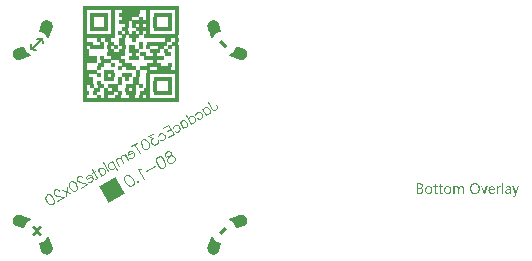
<source format=gbo>
G04*
G04 #@! TF.GenerationSoftware,Altium Limited,Altium Designer,22.4.2 (48)*
G04*
G04 Layer_Color=32896*
%FSAX44Y44*%
%MOMM*%
G71*
G04*
G04 #@! TF.SameCoordinates,3CED078E-C40B-4900-A66E-FCBC5E85EC31*
G04*
G04*
G04 #@! TF.FilePolarity,Positive*
G04*
G01*
G75*
%ADD10C,0.1000*%
%ADD11C,0.3300*%
%ADD12C,1.0000*%
%ADD13C,0.2000*%
%ADD28R,0.3000X0.3000*%
%ADD29R,0.3000X0.3000*%
%ADD30R,0.6000X0.3000*%
%ADD31R,0.9000X0.3000*%
%ADD32R,0.3000X0.3000*%
%ADD33R,1.5000X0.3000*%
%ADD34R,0.3000X0.3000*%
%ADD35R,1.2000X0.3000*%
%ADD36R,1.5000X0.3000*%
%ADD37R,0.9000X0.3000*%
%ADD38R,1.8000X0.3000*%
%ADD39R,8.1000X0.3000*%
%ADD40R,0.6000X0.3000*%
%ADD41R,1.5000X0.3000*%
%ADD42R,0.6000X0.3000*%
%ADD43R,0.9000X0.3000*%
%ADD44R,0.6000X0.3000*%
%ADD45R,1.2000X0.3000*%
%ADD46R,2.7000X0.3000*%
%ADD47R,0.9000X0.3000*%
%ADD48R,1.2000X0.3000*%
%ADD49R,1.8000X0.3000*%
%ADD50R,3.0000X0.3000*%
G04:AMPARAMS|DCode=51|XSize=1.575mm|YSize=1.5922mm|CornerRadius=0mm|HoleSize=0mm|Usage=FLASHONLY|Rotation=30.000|XOffset=0mm|YOffset=0mm|HoleType=Round|Shape=Rectangle|*
%AMROTATEDRECTD51*
4,1,4,-0.2839,-1.0832,-1.0800,0.2957,0.2839,1.0832,1.0800,-0.2957,-0.2839,-1.0832,0.0*
%
%ADD51ROTATEDRECTD51*%

G36*
X00082483Y00077517D02*
X00080480Y00075515D01*
X00075515Y00080480D01*
X00077517Y00082483D01*
X00082483Y00077517D01*
X00082483Y00077517D02*
G37*
G36*
X00082483Y-00077517D02*
X00077517Y-00082483D01*
X00075515Y-00080480D01*
X00080480Y-00075515D01*
X00082483Y-00077517D01*
X00082483Y-00077517D02*
G37*
G36*
X-00078873Y-00077114D02*
X-00076180Y-00074421D01*
X-00074384Y-00076216D01*
X-00077077Y-00078909D01*
X-00074394Y-00081593D01*
X-00076189Y-00083389D01*
X-00078873Y-00080705D01*
X-00081584Y-00083416D01*
X-00083379Y-00081621D01*
X-00080668Y-00078909D01*
X-00083389Y-00076189D01*
X-00081593Y-00074394D01*
X-00078873Y-00077114D01*
X-00078873Y-00077114D02*
G37*
G36*
X00280783Y-00041238D02*
X00280830Y-00041238D01*
X00280885Y-00041246D01*
X00281019Y-00041269D01*
X00281176Y-00041308D01*
X00281356Y-00041363D01*
X00281544Y-00041450D01*
X00281741Y-00041552D01*
X00281843Y-00041622D01*
X00281937Y-00041693D01*
X00282031Y-00041771D01*
X00282125Y-00041866D01*
X00282219Y-00041968D01*
X00282306Y-00042077D01*
X00282384Y-00042195D01*
X00282463Y-00042329D01*
X00282533Y-00042470D01*
X00282596Y-00042627D01*
X00282651Y-00042792D01*
X00282706Y-00042972D01*
X00282737Y-00043161D01*
X00282769Y-00043373D01*
X00282785Y-00043592D01*
X00282792Y-00043828D01*
X00282792Y-00047752D01*
X00281772Y-00047752D01*
X00281772Y-00044095D01*
X00281772Y-00044079D01*
X00281772Y-00044047D01*
X00281772Y-00043993D01*
X00281764Y-00043922D01*
X00281764Y-00043836D01*
X00281756Y-00043734D01*
X00281749Y-00043624D01*
X00281733Y-00043506D01*
X00281694Y-00043255D01*
X00281631Y-00043004D01*
X00281599Y-00042878D01*
X00281552Y-00042768D01*
X00281497Y-00042658D01*
X00281442Y-00042564D01*
X00281442Y-00042556D01*
X00281427Y-00042541D01*
X00281411Y-00042517D01*
X00281380Y-00042494D01*
X00281348Y-00042454D01*
X00281301Y-00042415D01*
X00281246Y-00042376D01*
X00281183Y-00042329D01*
X00281113Y-00042282D01*
X00281034Y-00042242D01*
X00280940Y-00042203D01*
X00280846Y-00042164D01*
X00280736Y-00042140D01*
X00280611Y-00042117D01*
X00280485Y-00042101D01*
X00280344Y-00042093D01*
X00280281Y-00042093D01*
X00280234Y-00042101D01*
X00280179Y-00042109D01*
X00280116Y-00042125D01*
X00279959Y-00042164D01*
X00279873Y-00042195D01*
X00279786Y-00042242D01*
X00279692Y-00042290D01*
X00279606Y-00042344D01*
X00279512Y-00042415D01*
X00279417Y-00042494D01*
X00279323Y-00042588D01*
X00279237Y-00042690D01*
X00279229Y-00042698D01*
X00279221Y-00042713D01*
X00279198Y-00042752D01*
X00279166Y-00042792D01*
X00279135Y-00042854D01*
X00279096Y-00042925D01*
X00279049Y-00043004D01*
X00279009Y-00043090D01*
X00278970Y-00043192D01*
X00278923Y-00043302D01*
X00278884Y-00043420D01*
X00278852Y-00043545D01*
X00278821Y-00043679D01*
X00278805Y-00043820D01*
X00278790Y-00043961D01*
X00278782Y-00044118D01*
X00278782Y-00047752D01*
X00277761Y-00047752D01*
X00277761Y-00043969D01*
X00277761Y-00043961D01*
X00277761Y-00043945D01*
X00277761Y-00043922D01*
X00277761Y-00043891D01*
X00277754Y-00043843D01*
X00277754Y-00043796D01*
X00277738Y-00043679D01*
X00277714Y-00043537D01*
X00277683Y-00043373D01*
X00277644Y-00043208D01*
X00277581Y-00043027D01*
X00277502Y-00042854D01*
X00277408Y-00042690D01*
X00277290Y-00042525D01*
X00277149Y-00042384D01*
X00276984Y-00042266D01*
X00276890Y-00042219D01*
X00276788Y-00042172D01*
X00276678Y-00042140D01*
X00276568Y-00042117D01*
X00276443Y-00042101D01*
X00276309Y-00042093D01*
X00276247Y-00042093D01*
X00276199Y-00042101D01*
X00276137Y-00042109D01*
X00276074Y-00042125D01*
X00275917Y-00042164D01*
X00275831Y-00042195D01*
X00275744Y-00042235D01*
X00275650Y-00042274D01*
X00275556Y-00042329D01*
X00275462Y-00042399D01*
X00275368Y-00042470D01*
X00275281Y-00042556D01*
X00275195Y-00042658D01*
X00275187Y-00042666D01*
X00275179Y-00042682D01*
X00275156Y-00042713D01*
X00275124Y-00042760D01*
X00275093Y-00042815D01*
X00275061Y-00042878D01*
X00275022Y-00042957D01*
X00274983Y-00043051D01*
X00274936Y-00043153D01*
X00274897Y-00043263D01*
X00274865Y-00043380D01*
X00274834Y-00043506D01*
X00274802Y-00043647D01*
X00274779Y-00043796D01*
X00274771Y-00043953D01*
X00274763Y-00044118D01*
X00274763Y-00047752D01*
X00273743Y-00047752D01*
X00273743Y-00041379D01*
X00274763Y-00041379D01*
X00274763Y-00042392D01*
X00274787Y-00042392D01*
X00274795Y-00042376D01*
X00274818Y-00042344D01*
X00274857Y-00042282D01*
X00274912Y-00042211D01*
X00274983Y-00042125D01*
X00275069Y-00042023D01*
X00275171Y-00041921D01*
X00275289Y-00041811D01*
X00275422Y-00041701D01*
X00275572Y-00041599D01*
X00275737Y-00041497D01*
X00275909Y-00041410D01*
X00276105Y-00041340D01*
X00276317Y-00041277D01*
X00276537Y-00041246D01*
X00276772Y-00041230D01*
X00276835Y-00041230D01*
X00276882Y-00041238D01*
X00276937Y-00041238D01*
X00277008Y-00041246D01*
X00277079Y-00041261D01*
X00277157Y-00041277D01*
X00277338Y-00041316D01*
X00277526Y-00041387D01*
X00277714Y-00041473D01*
X00277808Y-00041536D01*
X00277903Y-00041599D01*
X00277910Y-00041607D01*
X00277926Y-00041614D01*
X00277950Y-00041638D01*
X00277981Y-00041662D01*
X00278067Y-00041748D01*
X00278169Y-00041850D01*
X00278279Y-00041991D01*
X00278389Y-00042156D01*
X00278491Y-00042344D01*
X00278570Y-00042556D01*
X00278578Y-00042541D01*
X00278601Y-00042501D01*
X00278648Y-00042431D01*
X00278703Y-00042352D01*
X00278782Y-00042250D01*
X00278868Y-00042133D01*
X00278978Y-00042015D01*
X00279104Y-00041889D01*
X00279245Y-00041771D01*
X00279402Y-00041646D01*
X00279574Y-00041536D01*
X00279763Y-00041434D01*
X00279975Y-00041356D01*
X00280194Y-00041285D01*
X00280438Y-00041246D01*
X00280689Y-00041230D01*
X00280744Y-00041230D01*
X00280783Y-00041238D01*
X00280783Y-00041238D02*
G37*
G36*
X00313449Y-00041277D02*
X00313535Y-00041277D01*
X00313629Y-00041293D01*
X00313732Y-00041308D01*
X00313834Y-00041324D01*
X00313920Y-00041356D01*
X00313920Y-00042415D01*
X00313904Y-00042407D01*
X00313873Y-00042384D01*
X00313810Y-00042352D01*
X00313724Y-00042313D01*
X00313606Y-00042274D01*
X00313480Y-00042242D01*
X00313323Y-00042219D01*
X00313143Y-00042211D01*
X00313080Y-00042211D01*
X00313033Y-00042219D01*
X00312978Y-00042227D01*
X00312915Y-00042242D01*
X00312766Y-00042290D01*
X00312680Y-00042321D01*
X00312593Y-00042360D01*
X00312499Y-00042415D01*
X00312405Y-00042470D01*
X00312319Y-00042541D01*
X00312225Y-00042627D01*
X00312138Y-00042721D01*
X00312052Y-00042831D01*
X00312044Y-00042839D01*
X00312036Y-00042862D01*
X00312013Y-00042894D01*
X00311981Y-00042941D01*
X00311950Y-00043004D01*
X00311911Y-00043082D01*
X00311871Y-00043169D01*
X00311832Y-00043271D01*
X00311793Y-00043380D01*
X00311754Y-00043506D01*
X00311714Y-00043647D01*
X00311683Y-00043796D01*
X00311652Y-00043961D01*
X00311628Y-00044134D01*
X00311620Y-00044314D01*
X00311612Y-00044511D01*
X00311612Y-00047752D01*
X00310592Y-00047752D01*
X00310592Y-00041379D01*
X00311612Y-00041379D01*
X00311612Y-00042698D01*
X00311636Y-00042698D01*
X00311636Y-00042690D01*
X00311644Y-00042666D01*
X00311660Y-00042635D01*
X00311675Y-00042588D01*
X00311699Y-00042533D01*
X00311730Y-00042462D01*
X00311801Y-00042313D01*
X00311895Y-00042140D01*
X00312013Y-00041968D01*
X00312146Y-00041803D01*
X00312303Y-00041646D01*
X00312311Y-00041638D01*
X00312327Y-00041630D01*
X00312350Y-00041614D01*
X00312382Y-00041583D01*
X00312421Y-00041560D01*
X00312476Y-00041528D01*
X00312593Y-00041458D01*
X00312743Y-00041387D01*
X00312915Y-00041324D01*
X00313104Y-00041285D01*
X00313206Y-00041277D01*
X00313308Y-00041269D01*
X00313370Y-00041269D01*
X00313449Y-00041277D01*
X00313449Y-00041277D02*
G37*
G36*
X00326737Y-00048772D02*
X00326737Y-00048780D01*
X00326729Y-00048796D01*
X00326713Y-00048819D01*
X00326697Y-00048859D01*
X00326682Y-00048906D01*
X00326658Y-00048953D01*
X00326595Y-00049078D01*
X00326509Y-00049228D01*
X00326415Y-00049400D01*
X00326297Y-00049573D01*
X00326164Y-00049761D01*
X00326015Y-00049942D01*
X00325850Y-00050122D01*
X00325669Y-00050295D01*
X00325473Y-00050444D01*
X00325261Y-00050570D01*
X00325151Y-00050617D01*
X00325033Y-00050664D01*
X00324916Y-00050703D01*
X00324790Y-00050727D01*
X00324665Y-00050742D01*
X00324531Y-00050750D01*
X00324468Y-00050750D01*
X00324390Y-00050742D01*
X00324296Y-00050742D01*
X00324194Y-00050727D01*
X00324084Y-00050711D01*
X00323966Y-00050695D01*
X00323864Y-00050664D01*
X00323864Y-00049753D01*
X00323880Y-00049761D01*
X00323919Y-00049769D01*
X00323982Y-00049785D01*
X00324060Y-00049808D01*
X00324155Y-00049832D01*
X00324257Y-00049848D01*
X00324366Y-00049855D01*
X00324468Y-00049863D01*
X00324500Y-00049863D01*
X00324539Y-00049855D01*
X00324594Y-00049848D01*
X00324657Y-00049832D01*
X00324735Y-00049816D01*
X00324814Y-00049785D01*
X00324908Y-00049746D01*
X00324994Y-00049699D01*
X00325096Y-00049636D01*
X00325191Y-00049565D01*
X00325285Y-00049479D01*
X00325379Y-00049369D01*
X00325473Y-00049251D01*
X00325551Y-00049110D01*
X00325630Y-00048945D01*
X00326140Y-00047744D01*
X00323652Y-00041379D01*
X00324782Y-00041379D01*
X00326509Y-00046284D01*
X00326509Y-00046292D01*
X00326517Y-00046308D01*
X00326525Y-00046332D01*
X00326540Y-00046379D01*
X00326556Y-00046441D01*
X00326572Y-00046528D01*
X00326603Y-00046638D01*
X00326635Y-00046771D01*
X00326674Y-00046771D01*
X00326674Y-00046763D01*
X00326682Y-00046740D01*
X00326690Y-00046708D01*
X00326705Y-00046653D01*
X00326721Y-00046590D01*
X00326737Y-00046512D01*
X00326768Y-00046410D01*
X00326800Y-00046300D01*
X00328613Y-00041379D01*
X00329664Y-00041379D01*
X00326737Y-00048772D01*
X00326737Y-00048772D02*
G37*
G36*
X00300295Y-00047752D02*
X00299290Y-00047752D01*
X00296881Y-00041379D01*
X00297995Y-00041379D01*
X00299620Y-00046010D01*
X00299620Y-00046017D01*
X00299628Y-00046033D01*
X00299636Y-00046057D01*
X00299651Y-00046096D01*
X00299667Y-00046143D01*
X00299683Y-00046190D01*
X00299714Y-00046316D01*
X00299753Y-00046449D01*
X00299792Y-00046598D01*
X00299816Y-00046755D01*
X00299839Y-00046904D01*
X00299863Y-00046904D01*
X00299863Y-00046897D01*
X00299863Y-00046881D01*
X00299871Y-00046857D01*
X00299879Y-00046826D01*
X00299879Y-00046779D01*
X00299895Y-00046732D01*
X00299910Y-00046614D01*
X00299942Y-00046481D01*
X00299973Y-00046339D01*
X00300020Y-00046190D01*
X00300067Y-00046041D01*
X00301755Y-00041379D01*
X00302830Y-00041379D01*
X00300295Y-00047752D01*
X00300295Y-00047752D02*
G37*
G36*
X00320521Y-00041238D02*
X00320575Y-00041238D01*
X00320630Y-00041246D01*
X00320701Y-00041253D01*
X00320780Y-00041269D01*
X00320944Y-00041301D01*
X00321141Y-00041356D01*
X00321337Y-00041426D01*
X00321549Y-00041528D01*
X00321761Y-00041654D01*
X00321863Y-00041724D01*
X00321965Y-00041811D01*
X00322059Y-00041905D01*
X00322153Y-00041999D01*
X00322239Y-00042109D01*
X00322318Y-00042235D01*
X00322396Y-00042360D01*
X00322467Y-00042501D01*
X00322522Y-00042658D01*
X00322577Y-00042823D01*
X00322616Y-00042996D01*
X00322648Y-00043192D01*
X00322663Y-00043388D01*
X00322671Y-00043608D01*
X00322671Y-00047752D01*
X00321651Y-00047752D01*
X00321651Y-00046763D01*
X00321627Y-00046763D01*
X00321619Y-00046779D01*
X00321596Y-00046810D01*
X00321557Y-00046865D01*
X00321502Y-00046944D01*
X00321431Y-00047030D01*
X00321345Y-00047124D01*
X00321250Y-00047226D01*
X00321133Y-00047328D01*
X00320999Y-00047438D01*
X00320858Y-00047540D01*
X00320693Y-00047634D01*
X00320521Y-00047721D01*
X00320324Y-00047799D01*
X00320120Y-00047854D01*
X00319901Y-00047885D01*
X00319665Y-00047901D01*
X00319571Y-00047901D01*
X00319508Y-00047893D01*
X00319430Y-00047885D01*
X00319335Y-00047878D01*
X00319233Y-00047862D01*
X00319123Y-00047838D01*
X00318880Y-00047776D01*
X00318762Y-00047736D01*
X00318637Y-00047689D01*
X00318511Y-00047634D01*
X00318394Y-00047564D01*
X00318284Y-00047485D01*
X00318174Y-00047399D01*
X00318166Y-00047391D01*
X00318150Y-00047375D01*
X00318127Y-00047344D01*
X00318088Y-00047305D01*
X00318048Y-00047258D01*
X00318009Y-00047195D01*
X00317954Y-00047124D01*
X00317907Y-00047046D01*
X00317860Y-00046951D01*
X00317813Y-00046849D01*
X00317766Y-00046740D01*
X00317726Y-00046622D01*
X00317687Y-00046496D01*
X00317664Y-00046363D01*
X00317648Y-00046214D01*
X00317640Y-00046065D01*
X00317640Y-00046057D01*
X00317640Y-00046041D01*
X00317640Y-00046017D01*
X00317648Y-00045986D01*
X00317648Y-00045947D01*
X00317656Y-00045900D01*
X00317672Y-00045782D01*
X00317703Y-00045641D01*
X00317750Y-00045484D01*
X00317813Y-00045311D01*
X00317907Y-00045131D01*
X00318017Y-00044950D01*
X00318150Y-00044770D01*
X00318237Y-00044683D01*
X00318323Y-00044597D01*
X00318425Y-00044511D01*
X00318527Y-00044432D01*
X00318645Y-00044354D01*
X00318770Y-00044283D01*
X00318904Y-00044220D01*
X00319053Y-00044157D01*
X00319210Y-00044103D01*
X00319375Y-00044055D01*
X00319555Y-00044016D01*
X00319744Y-00043985D01*
X00321651Y-00043718D01*
X00321651Y-00043710D01*
X00321651Y-00043702D01*
X00321651Y-00043679D01*
X00321651Y-00043647D01*
X00321643Y-00043569D01*
X00321627Y-00043467D01*
X00321612Y-00043341D01*
X00321580Y-00043200D01*
X00321541Y-00043059D01*
X00321486Y-00042902D01*
X00321415Y-00042752D01*
X00321329Y-00042603D01*
X00321227Y-00042470D01*
X00321101Y-00042344D01*
X00320944Y-00042242D01*
X00320772Y-00042164D01*
X00320678Y-00042133D01*
X00320568Y-00042109D01*
X00320458Y-00042101D01*
X00320340Y-00042093D01*
X00320285Y-00042093D01*
X00320230Y-00042101D01*
X00320144Y-00042109D01*
X00320042Y-00042117D01*
X00319924Y-00042133D01*
X00319791Y-00042156D01*
X00319649Y-00042187D01*
X00319492Y-00042235D01*
X00319328Y-00042282D01*
X00319155Y-00042344D01*
X00318974Y-00042423D01*
X00318794Y-00042517D01*
X00318613Y-00042619D01*
X00318433Y-00042737D01*
X00318260Y-00042878D01*
X00318260Y-00041834D01*
X00318268Y-00041826D01*
X00318299Y-00041811D01*
X00318354Y-00041779D01*
X00318425Y-00041740D01*
X00318519Y-00041693D01*
X00318621Y-00041646D01*
X00318747Y-00041591D01*
X00318888Y-00041528D01*
X00319037Y-00041473D01*
X00319202Y-00041418D01*
X00319382Y-00041371D01*
X00319571Y-00041324D01*
X00319775Y-00041285D01*
X00319979Y-00041253D01*
X00320199Y-00041238D01*
X00320426Y-00041230D01*
X00320481Y-00041230D01*
X00320521Y-00041238D01*
X00320521Y-00041238D02*
G37*
G36*
X00316047Y-00047752D02*
X00315027Y-00047752D01*
X00315027Y-00038318D01*
X00316047Y-00038318D01*
X00316047Y-00047752D01*
X00316047Y-00047752D02*
G37*
G36*
X00245731Y-00038836D02*
X00245826Y-00038844D01*
X00245935Y-00038860D01*
X00246061Y-00038875D01*
X00246202Y-00038899D01*
X00246343Y-00038930D01*
X00246493Y-00038970D01*
X00246650Y-00039017D01*
X00246799Y-00039072D01*
X00246956Y-00039134D01*
X00247097Y-00039213D01*
X00247238Y-00039299D01*
X00247372Y-00039401D01*
X00247379Y-00039409D01*
X00247403Y-00039425D01*
X00247434Y-00039456D01*
X00247474Y-00039503D01*
X00247529Y-00039558D01*
X00247584Y-00039629D01*
X00247646Y-00039707D01*
X00247709Y-00039794D01*
X00247772Y-00039896D01*
X00247835Y-00040005D01*
X00247890Y-00040131D01*
X00247945Y-00040257D01*
X00247984Y-00040398D01*
X00248015Y-00040547D01*
X00248039Y-00040704D01*
X00248047Y-00040869D01*
X00248047Y-00040877D01*
X00248047Y-00040900D01*
X00248047Y-00040939D01*
X00248039Y-00040994D01*
X00248031Y-00041065D01*
X00248023Y-00041136D01*
X00248015Y-00041222D01*
X00247999Y-00041316D01*
X00247945Y-00041528D01*
X00247874Y-00041748D01*
X00247827Y-00041866D01*
X00247772Y-00041975D01*
X00247709Y-00042085D01*
X00247638Y-00042195D01*
X00247631Y-00042203D01*
X00247623Y-00042219D01*
X00247599Y-00042250D01*
X00247560Y-00042290D01*
X00247521Y-00042329D01*
X00247474Y-00042384D01*
X00247411Y-00042439D01*
X00247348Y-00042501D01*
X00247270Y-00042564D01*
X00247183Y-00042635D01*
X00247089Y-00042698D01*
X00246987Y-00042768D01*
X00246877Y-00042831D01*
X00246767Y-00042886D01*
X00246508Y-00042988D01*
X00246508Y-00043011D01*
X00246516Y-00043011D01*
X00246548Y-00043019D01*
X00246595Y-00043027D01*
X00246657Y-00043035D01*
X00246736Y-00043051D01*
X00246822Y-00043074D01*
X00246924Y-00043106D01*
X00247026Y-00043137D01*
X00247254Y-00043223D01*
X00247379Y-00043278D01*
X00247497Y-00043349D01*
X00247615Y-00043420D01*
X00247733Y-00043498D01*
X00247850Y-00043592D01*
X00247952Y-00043694D01*
X00247960Y-00043702D01*
X00247976Y-00043718D01*
X00247999Y-00043749D01*
X00248039Y-00043796D01*
X00248078Y-00043859D01*
X00248125Y-00043922D01*
X00248172Y-00044008D01*
X00248227Y-00044095D01*
X00248274Y-00044197D01*
X00248321Y-00044314D01*
X00248368Y-00044432D01*
X00248408Y-00044566D01*
X00248447Y-00044715D01*
X00248470Y-00044864D01*
X00248486Y-00045021D01*
X00248494Y-00045193D01*
X00248494Y-00045209D01*
X00248494Y-00045241D01*
X00248486Y-00045303D01*
X00248478Y-00045382D01*
X00248470Y-00045484D01*
X00248447Y-00045594D01*
X00248423Y-00045719D01*
X00248392Y-00045853D01*
X00248345Y-00046002D01*
X00248290Y-00046151D01*
X00248227Y-00046300D01*
X00248149Y-00046457D01*
X00248055Y-00046614D01*
X00247945Y-00046763D01*
X00247819Y-00046904D01*
X00247670Y-00047046D01*
X00247662Y-00047054D01*
X00247631Y-00047077D01*
X00247584Y-00047108D01*
X00247521Y-00047156D01*
X00247442Y-00047210D01*
X00247340Y-00047266D01*
X00247230Y-00047336D01*
X00247105Y-00047399D01*
X00246956Y-00047462D01*
X00246799Y-00047524D01*
X00246634Y-00047587D01*
X00246446Y-00047642D01*
X00246249Y-00047689D01*
X00246045Y-00047721D01*
X00245826Y-00047744D01*
X00245598Y-00047752D01*
X00243000Y-00047752D01*
X00243000Y-00038828D01*
X00245645Y-00038828D01*
X00245731Y-00038836D01*
X00245731Y-00038836D02*
G37*
G36*
X00263304Y-00041379D02*
X00264913Y-00041379D01*
X00264913Y-00042258D01*
X00263304Y-00042258D01*
X00263304Y-00045845D01*
X00263304Y-00045853D01*
X00263304Y-00045876D01*
X00263304Y-00045908D01*
X00263304Y-00045947D01*
X00263312Y-00046002D01*
X00263320Y-00046065D01*
X00263336Y-00046198D01*
X00263359Y-00046355D01*
X00263398Y-00046504D01*
X00263453Y-00046645D01*
X00263485Y-00046708D01*
X00263524Y-00046763D01*
X00263532Y-00046771D01*
X00263563Y-00046802D01*
X00263618Y-00046849D01*
X00263697Y-00046897D01*
X00263799Y-00046951D01*
X00263924Y-00046991D01*
X00264074Y-00047022D01*
X00264246Y-00047038D01*
X00264309Y-00047038D01*
X00264380Y-00047030D01*
X00264474Y-00047014D01*
X00264576Y-00046983D01*
X00264694Y-00046951D01*
X00264803Y-00046897D01*
X00264913Y-00046826D01*
X00264913Y-00047697D01*
X00264905Y-00047697D01*
X00264898Y-00047705D01*
X00264874Y-00047713D01*
X00264851Y-00047729D01*
X00264764Y-00047760D01*
X00264662Y-00047791D01*
X00264521Y-00047823D01*
X00264356Y-00047854D01*
X00264168Y-00047878D01*
X00263956Y-00047885D01*
X00263885Y-00047885D01*
X00263799Y-00047870D01*
X00263697Y-00047854D01*
X00263571Y-00047831D01*
X00263430Y-00047783D01*
X00263273Y-00047729D01*
X00263124Y-00047650D01*
X00262967Y-00047556D01*
X00262810Y-00047430D01*
X00262669Y-00047281D01*
X00262606Y-00047195D01*
X00262543Y-00047101D01*
X00262488Y-00046999D01*
X00262441Y-00046889D01*
X00262394Y-00046771D01*
X00262355Y-00046638D01*
X00262323Y-00046504D01*
X00262300Y-00046355D01*
X00262292Y-00046198D01*
X00262284Y-00046025D01*
X00262284Y-00042258D01*
X00261193Y-00042258D01*
X00261193Y-00041379D01*
X00262284Y-00041379D01*
X00262284Y-00039825D01*
X00263304Y-00039495D01*
X00263304Y-00041379D01*
X00263304Y-00041379D02*
G37*
G36*
X00258988Y-00041379D02*
X00260597Y-00041379D01*
X00260597Y-00042258D01*
X00258988Y-00042258D01*
X00258988Y-00045845D01*
X00258988Y-00045853D01*
X00258988Y-00045876D01*
X00258988Y-00045908D01*
X00258988Y-00045947D01*
X00258995Y-00046002D01*
X00259003Y-00046065D01*
X00259019Y-00046198D01*
X00259042Y-00046355D01*
X00259082Y-00046504D01*
X00259137Y-00046645D01*
X00259168Y-00046708D01*
X00259207Y-00046763D01*
X00259215Y-00046771D01*
X00259247Y-00046802D01*
X00259301Y-00046849D01*
X00259380Y-00046897D01*
X00259482Y-00046951D01*
X00259608Y-00046991D01*
X00259757Y-00047022D01*
X00259929Y-00047038D01*
X00259992Y-00047038D01*
X00260063Y-00047030D01*
X00260157Y-00047014D01*
X00260259Y-00046983D01*
X00260377Y-00046951D01*
X00260487Y-00046897D01*
X00260597Y-00046826D01*
X00260597Y-00047697D01*
X00260589Y-00047697D01*
X00260581Y-00047705D01*
X00260557Y-00047713D01*
X00260534Y-00047729D01*
X00260447Y-00047760D01*
X00260345Y-00047791D01*
X00260204Y-00047823D01*
X00260039Y-00047854D01*
X00259851Y-00047878D01*
X00259639Y-00047885D01*
X00259568Y-00047885D01*
X00259482Y-00047870D01*
X00259380Y-00047854D01*
X00259254Y-00047831D01*
X00259113Y-00047783D01*
X00258956Y-00047729D01*
X00258807Y-00047650D01*
X00258650Y-00047556D01*
X00258493Y-00047430D01*
X00258352Y-00047281D01*
X00258289Y-00047195D01*
X00258226Y-00047101D01*
X00258171Y-00046999D01*
X00258124Y-00046889D01*
X00258077Y-00046771D01*
X00258038Y-00046638D01*
X00258006Y-00046504D01*
X00257983Y-00046355D01*
X00257975Y-00046198D01*
X00257967Y-00046025D01*
X00257967Y-00042258D01*
X00256876Y-00042258D01*
X00256876Y-00041379D01*
X00257967Y-00041379D01*
X00257967Y-00039825D01*
X00258988Y-00039495D01*
X00258988Y-00041379D01*
X00258988Y-00041379D02*
G37*
G36*
X00306550Y-00041238D02*
X00306636Y-00041246D01*
X00306746Y-00041253D01*
X00306864Y-00041269D01*
X00306998Y-00041301D01*
X00307139Y-00041332D01*
X00307296Y-00041371D01*
X00307453Y-00041426D01*
X00307610Y-00041497D01*
X00307775Y-00041575D01*
X00307931Y-00041669D01*
X00308081Y-00041779D01*
X00308230Y-00041905D01*
X00308363Y-00042046D01*
X00308371Y-00042054D01*
X00308395Y-00042085D01*
X00308426Y-00042133D01*
X00308473Y-00042195D01*
X00308520Y-00042274D01*
X00308583Y-00042376D01*
X00308646Y-00042494D01*
X00308708Y-00042627D01*
X00308771Y-00042784D01*
X00308834Y-00042949D01*
X00308897Y-00043137D01*
X00308944Y-00043333D01*
X00308991Y-00043553D01*
X00309022Y-00043781D01*
X00309046Y-00044032D01*
X00309054Y-00044291D01*
X00309054Y-00044825D01*
X00304549Y-00044825D01*
X00304549Y-00044840D01*
X00304549Y-00044872D01*
X00304557Y-00044927D01*
X00304564Y-00044997D01*
X00304572Y-00045091D01*
X00304588Y-00045193D01*
X00304604Y-00045303D01*
X00304635Y-00045429D01*
X00304706Y-00045696D01*
X00304753Y-00045829D01*
X00304808Y-00045970D01*
X00304870Y-00046104D01*
X00304941Y-00046237D01*
X00305028Y-00046355D01*
X00305122Y-00046473D01*
X00305130Y-00046481D01*
X00305145Y-00046496D01*
X00305177Y-00046528D01*
X00305224Y-00046559D01*
X00305279Y-00046606D01*
X00305349Y-00046653D01*
X00305428Y-00046708D01*
X00305514Y-00046755D01*
X00305616Y-00046810D01*
X00305734Y-00046865D01*
X00305852Y-00046912D01*
X00305993Y-00046959D01*
X00306134Y-00046991D01*
X00306291Y-00047022D01*
X00306456Y-00047038D01*
X00306629Y-00047046D01*
X00306676Y-00047046D01*
X00306731Y-00047038D01*
X00306809Y-00047038D01*
X00306903Y-00047022D01*
X00307013Y-00047007D01*
X00307139Y-00046983D01*
X00307280Y-00046959D01*
X00307429Y-00046920D01*
X00307586Y-00046873D01*
X00307751Y-00046818D01*
X00307916Y-00046747D01*
X00308088Y-00046669D01*
X00308261Y-00046575D01*
X00308434Y-00046465D01*
X00308606Y-00046339D01*
X00308606Y-00047297D01*
X00308599Y-00047305D01*
X00308567Y-00047320D01*
X00308520Y-00047352D01*
X00308457Y-00047391D01*
X00308371Y-00047438D01*
X00308269Y-00047485D01*
X00308151Y-00047540D01*
X00308018Y-00047595D01*
X00307861Y-00047658D01*
X00307696Y-00047713D01*
X00307516Y-00047760D01*
X00307319Y-00047807D01*
X00307107Y-00047846D01*
X00306880Y-00047878D01*
X00306636Y-00047893D01*
X00306385Y-00047901D01*
X00306322Y-00047901D01*
X00306260Y-00047893D01*
X00306166Y-00047885D01*
X00306048Y-00047878D01*
X00305914Y-00047854D01*
X00305773Y-00047831D01*
X00305616Y-00047791D01*
X00305451Y-00047744D01*
X00305279Y-00047689D01*
X00305098Y-00047619D01*
X00304925Y-00047540D01*
X00304745Y-00047438D01*
X00304580Y-00047320D01*
X00304415Y-00047187D01*
X00304266Y-00047038D01*
X00304258Y-00047030D01*
X00304235Y-00046999D01*
X00304195Y-00046944D01*
X00304148Y-00046873D01*
X00304086Y-00046787D01*
X00304023Y-00046677D01*
X00303952Y-00046551D01*
X00303882Y-00046402D01*
X00303811Y-00046245D01*
X00303740Y-00046057D01*
X00303678Y-00045861D01*
X00303615Y-00045641D01*
X00303568Y-00045405D01*
X00303528Y-00045154D01*
X00303505Y-00044879D01*
X00303497Y-00044597D01*
X00303497Y-00044589D01*
X00303497Y-00044581D01*
X00303497Y-00044558D01*
X00303497Y-00044534D01*
X00303505Y-00044456D01*
X00303513Y-00044346D01*
X00303521Y-00044220D01*
X00303544Y-00044079D01*
X00303568Y-00043914D01*
X00303599Y-00043734D01*
X00303646Y-00043545D01*
X00303701Y-00043349D01*
X00303772Y-00043145D01*
X00303850Y-00042941D01*
X00303944Y-00042745D01*
X00304062Y-00042541D01*
X00304188Y-00042352D01*
X00304337Y-00042172D01*
X00304345Y-00042164D01*
X00304376Y-00042133D01*
X00304423Y-00042085D01*
X00304486Y-00042023D01*
X00304572Y-00041952D01*
X00304674Y-00041873D01*
X00304784Y-00041787D01*
X00304918Y-00041701D01*
X00305059Y-00041614D01*
X00305224Y-00041528D01*
X00305396Y-00041450D01*
X00305577Y-00041379D01*
X00305773Y-00041316D01*
X00305985Y-00041269D01*
X00306205Y-00041238D01*
X00306432Y-00041230D01*
X00306487Y-00041230D01*
X00306550Y-00041238D01*
X00306550Y-00041238D02*
G37*
G36*
X00292226Y-00038687D02*
X00292281Y-00038687D01*
X00292336Y-00038695D01*
X00292407Y-00038695D01*
X00292564Y-00038718D01*
X00292744Y-00038742D01*
X00292948Y-00038781D01*
X00293168Y-00038836D01*
X00293396Y-00038899D01*
X00293639Y-00038985D01*
X00293882Y-00039087D01*
X00294134Y-00039205D01*
X00294385Y-00039346D01*
X00294620Y-00039511D01*
X00294856Y-00039707D01*
X00295075Y-00039927D01*
X00295091Y-00039943D01*
X00295123Y-00039982D01*
X00295177Y-00040053D01*
X00295256Y-00040155D01*
X00295334Y-00040280D01*
X00295436Y-00040429D01*
X00295539Y-00040602D01*
X00295641Y-00040798D01*
X00295743Y-00041026D01*
X00295845Y-00041269D01*
X00295947Y-00041536D01*
X00296033Y-00041826D01*
X00296104Y-00042140D01*
X00296159Y-00042470D01*
X00296190Y-00042815D01*
X00296206Y-00043184D01*
X00296206Y-00043192D01*
X00296206Y-00043208D01*
X00296206Y-00043239D01*
X00296206Y-00043278D01*
X00296198Y-00043333D01*
X00296198Y-00043396D01*
X00296190Y-00043467D01*
X00296190Y-00043545D01*
X00296182Y-00043632D01*
X00296174Y-00043726D01*
X00296143Y-00043938D01*
X00296111Y-00044181D01*
X00296064Y-00044432D01*
X00296002Y-00044707D01*
X00295923Y-00044989D01*
X00295829Y-00045272D01*
X00295719Y-00045562D01*
X00295586Y-00045845D01*
X00295429Y-00046127D01*
X00295248Y-00046386D01*
X00295044Y-00046638D01*
X00295028Y-00046653D01*
X00294989Y-00046693D01*
X00294926Y-00046755D01*
X00294832Y-00046834D01*
X00294714Y-00046928D01*
X00294573Y-00047038D01*
X00294416Y-00047148D01*
X00294228Y-00047266D01*
X00294016Y-00047383D01*
X00293780Y-00047501D01*
X00293529Y-00047611D01*
X00293255Y-00047705D01*
X00292956Y-00047783D01*
X00292642Y-00047846D01*
X00292305Y-00047885D01*
X00291952Y-00047901D01*
X00291865Y-00047901D01*
X00291826Y-00047893D01*
X00291771Y-00047893D01*
X00291708Y-00047885D01*
X00291638Y-00047878D01*
X00291473Y-00047862D01*
X00291292Y-00047838D01*
X00291080Y-00047799D01*
X00290861Y-00047744D01*
X00290617Y-00047681D01*
X00290374Y-00047595D01*
X00290123Y-00047493D01*
X00289864Y-00047375D01*
X00289613Y-00047234D01*
X00289370Y-00047061D01*
X00289126Y-00046873D01*
X00288906Y-00046653D01*
X00288891Y-00046638D01*
X00288859Y-00046598D01*
X00288804Y-00046528D01*
X00288726Y-00046426D01*
X00288640Y-00046300D01*
X00288545Y-00046151D01*
X00288443Y-00045978D01*
X00288341Y-00045774D01*
X00288232Y-00045554D01*
X00288129Y-00045311D01*
X00288035Y-00045044D01*
X00287949Y-00044754D01*
X00287870Y-00044440D01*
X00287815Y-00044110D01*
X00287784Y-00043765D01*
X00287768Y-00043396D01*
X00287768Y-00043388D01*
X00287768Y-00043373D01*
X00287768Y-00043341D01*
X00287768Y-00043302D01*
X00287776Y-00043247D01*
X00287776Y-00043192D01*
X00287784Y-00043121D01*
X00287784Y-00043043D01*
X00287792Y-00042957D01*
X00287808Y-00042854D01*
X00287831Y-00042650D01*
X00287863Y-00042415D01*
X00287917Y-00042164D01*
X00287972Y-00041889D01*
X00288051Y-00041614D01*
X00288145Y-00041332D01*
X00288255Y-00041041D01*
X00288388Y-00040759D01*
X00288545Y-00040484D01*
X00288726Y-00040217D01*
X00288930Y-00039966D01*
X00288946Y-00039951D01*
X00288985Y-00039911D01*
X00289048Y-00039848D01*
X00289142Y-00039762D01*
X00289260Y-00039668D01*
X00289409Y-00039558D01*
X00289574Y-00039440D01*
X00289762Y-00039323D01*
X00289982Y-00039205D01*
X00290217Y-00039087D01*
X00290476Y-00038977D01*
X00290759Y-00038883D01*
X00291065Y-00038797D01*
X00291387Y-00038734D01*
X00291732Y-00038695D01*
X00292101Y-00038679D01*
X00292179Y-00038679D01*
X00292226Y-00038687D01*
X00292226Y-00038687D02*
G37*
G36*
X00269222Y-00041238D02*
X00269324Y-00041246D01*
X00269442Y-00041253D01*
X00269583Y-00041277D01*
X00269732Y-00041301D01*
X00269897Y-00041340D01*
X00270078Y-00041387D01*
X00270258Y-00041442D01*
X00270439Y-00041512D01*
X00270627Y-00041599D01*
X00270808Y-00041701D01*
X00270988Y-00041818D01*
X00271153Y-00041952D01*
X00271310Y-00042109D01*
X00271318Y-00042117D01*
X00271341Y-00042148D01*
X00271381Y-00042203D01*
X00271435Y-00042274D01*
X00271498Y-00042360D01*
X00271561Y-00042470D01*
X00271639Y-00042596D01*
X00271710Y-00042745D01*
X00271789Y-00042909D01*
X00271859Y-00043090D01*
X00271922Y-00043286D01*
X00271985Y-00043506D01*
X00272040Y-00043741D01*
X00272079Y-00043993D01*
X00272103Y-00044259D01*
X00272110Y-00044542D01*
X00272110Y-00044550D01*
X00272110Y-00044558D01*
X00272110Y-00044581D01*
X00272110Y-00044613D01*
X00272103Y-00044691D01*
X00272095Y-00044793D01*
X00272087Y-00044927D01*
X00272063Y-00045076D01*
X00272040Y-00045241D01*
X00272001Y-00045421D01*
X00271954Y-00045609D01*
X00271898Y-00045813D01*
X00271828Y-00046017D01*
X00271749Y-00046222D01*
X00271647Y-00046426D01*
X00271530Y-00046622D01*
X00271396Y-00046810D01*
X00271247Y-00046991D01*
X00271239Y-00046999D01*
X00271208Y-00047030D01*
X00271161Y-00047077D01*
X00271090Y-00047132D01*
X00271004Y-00047203D01*
X00270902Y-00047281D01*
X00270776Y-00047360D01*
X00270635Y-00047446D01*
X00270478Y-00047532D01*
X00270305Y-00047611D01*
X00270117Y-00047689D01*
X00269913Y-00047760D01*
X00269685Y-00047815D01*
X00269450Y-00047862D01*
X00269206Y-00047893D01*
X00268940Y-00047901D01*
X00268877Y-00047901D01*
X00268806Y-00047893D01*
X00268704Y-00047885D01*
X00268586Y-00047878D01*
X00268445Y-00047854D01*
X00268296Y-00047831D01*
X00268131Y-00047791D01*
X00267951Y-00047744D01*
X00267770Y-00047681D01*
X00267582Y-00047611D01*
X00267393Y-00047524D01*
X00267205Y-00047422D01*
X00267017Y-00047305D01*
X00266844Y-00047171D01*
X00266679Y-00047014D01*
X00266671Y-00047007D01*
X00266640Y-00046975D01*
X00266601Y-00046920D01*
X00266546Y-00046849D01*
X00266483Y-00046763D01*
X00266412Y-00046653D01*
X00266342Y-00046528D01*
X00266263Y-00046379D01*
X00266185Y-00046222D01*
X00266106Y-00046041D01*
X00266036Y-00045845D01*
X00265973Y-00045633D01*
X00265918Y-00045413D01*
X00265879Y-00045170D01*
X00265847Y-00044911D01*
X00265839Y-00044644D01*
X00265839Y-00044636D01*
X00265839Y-00044628D01*
X00265839Y-00044605D01*
X00265839Y-00044573D01*
X00265847Y-00044487D01*
X00265855Y-00044377D01*
X00265863Y-00044244D01*
X00265886Y-00044087D01*
X00265910Y-00043914D01*
X00265949Y-00043726D01*
X00265996Y-00043530D01*
X00266051Y-00043326D01*
X00266122Y-00043114D01*
X00266208Y-00042902D01*
X00266310Y-00042698D01*
X00266420Y-00042501D01*
X00266554Y-00042313D01*
X00266711Y-00042133D01*
X00266718Y-00042125D01*
X00266750Y-00042093D01*
X00266805Y-00042046D01*
X00266875Y-00041991D01*
X00266962Y-00041921D01*
X00267072Y-00041850D01*
X00267197Y-00041764D01*
X00267339Y-00041677D01*
X00267495Y-00041599D01*
X00267676Y-00041512D01*
X00267872Y-00041442D01*
X00268084Y-00041371D01*
X00268312Y-00041316D01*
X00268555Y-00041269D01*
X00268814Y-00041238D01*
X00269089Y-00041230D01*
X00269151Y-00041230D01*
X00269222Y-00041238D01*
X00269222Y-00041238D02*
G37*
G36*
X00253117Y-00041238D02*
X00253219Y-00041246D01*
X00253337Y-00041253D01*
X00253478Y-00041277D01*
X00253627Y-00041301D01*
X00253792Y-00041340D01*
X00253972Y-00041387D01*
X00254153Y-00041442D01*
X00254333Y-00041512D01*
X00254522Y-00041599D01*
X00254702Y-00041701D01*
X00254883Y-00041818D01*
X00255048Y-00041952D01*
X00255205Y-00042109D01*
X00255212Y-00042117D01*
X00255236Y-00042148D01*
X00255275Y-00042203D01*
X00255330Y-00042274D01*
X00255393Y-00042360D01*
X00255456Y-00042470D01*
X00255534Y-00042596D01*
X00255605Y-00042745D01*
X00255683Y-00042909D01*
X00255754Y-00043090D01*
X00255817Y-00043286D01*
X00255879Y-00043506D01*
X00255935Y-00043741D01*
X00255974Y-00043993D01*
X00255997Y-00044259D01*
X00256005Y-00044542D01*
X00256005Y-00044550D01*
X00256005Y-00044558D01*
X00256005Y-00044581D01*
X00256005Y-00044613D01*
X00255997Y-00044691D01*
X00255989Y-00044793D01*
X00255982Y-00044927D01*
X00255958Y-00045076D01*
X00255935Y-00045241D01*
X00255895Y-00045421D01*
X00255848Y-00045609D01*
X00255793Y-00045813D01*
X00255723Y-00046017D01*
X00255644Y-00046222D01*
X00255542Y-00046426D01*
X00255424Y-00046622D01*
X00255291Y-00046810D01*
X00255142Y-00046991D01*
X00255134Y-00046999D01*
X00255103Y-00047030D01*
X00255055Y-00047077D01*
X00254985Y-00047132D01*
X00254898Y-00047203D01*
X00254796Y-00047281D01*
X00254671Y-00047360D01*
X00254530Y-00047446D01*
X00254373Y-00047532D01*
X00254200Y-00047611D01*
X00254012Y-00047689D01*
X00253808Y-00047760D01*
X00253580Y-00047815D01*
X00253344Y-00047862D01*
X00253101Y-00047893D01*
X00252834Y-00047901D01*
X00252771Y-00047901D01*
X00252701Y-00047893D01*
X00252599Y-00047885D01*
X00252481Y-00047878D01*
X00252340Y-00047854D01*
X00252191Y-00047831D01*
X00252026Y-00047791D01*
X00251845Y-00047744D01*
X00251665Y-00047681D01*
X00251476Y-00047611D01*
X00251288Y-00047524D01*
X00251100Y-00047422D01*
X00250911Y-00047305D01*
X00250739Y-00047171D01*
X00250574Y-00047014D01*
X00250566Y-00047007D01*
X00250535Y-00046975D01*
X00250495Y-00046920D01*
X00250440Y-00046849D01*
X00250378Y-00046763D01*
X00250307Y-00046653D01*
X00250236Y-00046528D01*
X00250158Y-00046379D01*
X00250079Y-00046222D01*
X00250001Y-00046041D01*
X00249930Y-00045845D01*
X00249867Y-00045633D01*
X00249813Y-00045413D01*
X00249773Y-00045170D01*
X00249742Y-00044911D01*
X00249734Y-00044644D01*
X00249734Y-00044636D01*
X00249734Y-00044628D01*
X00249734Y-00044605D01*
X00249734Y-00044573D01*
X00249742Y-00044487D01*
X00249750Y-00044377D01*
X00249758Y-00044244D01*
X00249781Y-00044087D01*
X00249805Y-00043914D01*
X00249844Y-00043726D01*
X00249891Y-00043530D01*
X00249946Y-00043326D01*
X00250017Y-00043114D01*
X00250103Y-00042902D01*
X00250205Y-00042698D01*
X00250315Y-00042501D01*
X00250448Y-00042313D01*
X00250605Y-00042133D01*
X00250613Y-00042125D01*
X00250644Y-00042093D01*
X00250699Y-00042046D01*
X00250770Y-00041991D01*
X00250856Y-00041921D01*
X00250966Y-00041850D01*
X00251092Y-00041764D01*
X00251233Y-00041677D01*
X00251390Y-00041599D01*
X00251571Y-00041512D01*
X00251767Y-00041442D01*
X00251979Y-00041371D01*
X00252206Y-00041316D01*
X00252450Y-00041269D01*
X00252709Y-00041238D01*
X00252983Y-00041230D01*
X00253046Y-00041230D01*
X00253117Y-00041238D01*
X00253117Y-00041238D02*
G37*
%LPC*%
G36*
X00321651Y-00044534D02*
X00320112Y-00044746D01*
X00320105Y-00044746D01*
X00320081Y-00044754D01*
X00320042Y-00044754D01*
X00319995Y-00044762D01*
X00319940Y-00044777D01*
X00319869Y-00044793D01*
X00319712Y-00044825D01*
X00319540Y-00044872D01*
X00319367Y-00044934D01*
X00319194Y-00045013D01*
X00319116Y-00045052D01*
X00319045Y-00045099D01*
X00319029Y-00045115D01*
X00318990Y-00045146D01*
X00318927Y-00045209D01*
X00318864Y-00045303D01*
X00318802Y-00045429D01*
X00318770Y-00045500D01*
X00318739Y-00045578D01*
X00318715Y-00045664D01*
X00318700Y-00045766D01*
X00318692Y-00045868D01*
X00318684Y-00045986D01*
X00318684Y-00045994D01*
X00318684Y-00046010D01*
X00318684Y-00046033D01*
X00318692Y-00046065D01*
X00318700Y-00046151D01*
X00318723Y-00046261D01*
X00318762Y-00046379D01*
X00318825Y-00046512D01*
X00318904Y-00046638D01*
X00319014Y-00046755D01*
X00319021Y-00046755D01*
X00319029Y-00046771D01*
X00319076Y-00046802D01*
X00319147Y-00046849D01*
X00319249Y-00046897D01*
X00319382Y-00046951D01*
X00319532Y-00046999D01*
X00319712Y-00047030D01*
X00319908Y-00047046D01*
X00319979Y-00047046D01*
X00320034Y-00047038D01*
X00320097Y-00047030D01*
X00320175Y-00047014D01*
X00320254Y-00046999D01*
X00320348Y-00046975D01*
X00320544Y-00046912D01*
X00320646Y-00046873D01*
X00320756Y-00046818D01*
X00320858Y-00046755D01*
X00320960Y-00046685D01*
X00321062Y-00046606D01*
X00321156Y-00046512D01*
X00321164Y-00046504D01*
X00321180Y-00046488D01*
X00321203Y-00046457D01*
X00321235Y-00046418D01*
X00321274Y-00046363D01*
X00321313Y-00046300D01*
X00321360Y-00046229D01*
X00321408Y-00046143D01*
X00321447Y-00046049D01*
X00321494Y-00045947D01*
X00321533Y-00045837D01*
X00321572Y-00045719D01*
X00321604Y-00045594D01*
X00321627Y-00045460D01*
X00321643Y-00045319D01*
X00321651Y-00045170D01*
X00321651Y-00044534D01*
X00321651Y-00044534D02*
G37*
G36*
X00245402Y-00039778D02*
X00244044Y-00039778D01*
X00244044Y-00042658D01*
X00245198Y-00042658D01*
X00245252Y-00042650D01*
X00245323Y-00042643D01*
X00245410Y-00042635D01*
X00245504Y-00042627D01*
X00245606Y-00042603D01*
X00245818Y-00042556D01*
X00246045Y-00042486D01*
X00246155Y-00042439D01*
X00246265Y-00042384D01*
X00246367Y-00042321D01*
X00246461Y-00042250D01*
X00246469Y-00042242D01*
X00246485Y-00042235D01*
X00246508Y-00042203D01*
X00246540Y-00042172D01*
X00246579Y-00042133D01*
X00246618Y-00042077D01*
X00246665Y-00042015D01*
X00246712Y-00041944D01*
X00246752Y-00041866D01*
X00246799Y-00041779D01*
X00246838Y-00041685D01*
X00246877Y-00041583D01*
X00246909Y-00041465D01*
X00246932Y-00041348D01*
X00246948Y-00041214D01*
X00246956Y-00041081D01*
X00246956Y-00041065D01*
X00246956Y-00041026D01*
X00246948Y-00040963D01*
X00246932Y-00040877D01*
X00246901Y-00040775D01*
X00246869Y-00040665D01*
X00246814Y-00040547D01*
X00246744Y-00040429D01*
X00246650Y-00040304D01*
X00246540Y-00040186D01*
X00246398Y-00040076D01*
X00246234Y-00039982D01*
X00246139Y-00039935D01*
X00246037Y-00039896D01*
X00245928Y-00039864D01*
X00245810Y-00039833D01*
X00245684Y-00039809D01*
X00245543Y-00039794D01*
X00245402Y-00039778D01*
X00245402Y-00039778D02*
G37*
G36*
X00245245Y-00043600D02*
X00244044Y-00043600D01*
X00244044Y-00046810D01*
X00245551Y-00046810D01*
X00245614Y-00046802D01*
X00245692Y-00046795D01*
X00245778Y-00046787D01*
X00245880Y-00046771D01*
X00245990Y-00046755D01*
X00246218Y-00046708D01*
X00246453Y-00046630D01*
X00246571Y-00046575D01*
X00246681Y-00046520D01*
X00246783Y-00046457D01*
X00246885Y-00046379D01*
X00246893Y-00046371D01*
X00246909Y-00046355D01*
X00246932Y-00046332D01*
X00246964Y-00046300D01*
X00247003Y-00046253D01*
X00247050Y-00046198D01*
X00247089Y-00046135D01*
X00247144Y-00046065D01*
X00247191Y-00045978D01*
X00247230Y-00045892D01*
X00247278Y-00045790D01*
X00247317Y-00045688D01*
X00247348Y-00045570D01*
X00247372Y-00045445D01*
X00247387Y-00045319D01*
X00247395Y-00045178D01*
X00247395Y-00045170D01*
X00247395Y-00045162D01*
X00247395Y-00045139D01*
X00247387Y-00045107D01*
X00247379Y-00045029D01*
X00247364Y-00044934D01*
X00247332Y-00044809D01*
X00247285Y-00044675D01*
X00247215Y-00044534D01*
X00247128Y-00044385D01*
X00247011Y-00044244D01*
X00246948Y-00044173D01*
X00246869Y-00044103D01*
X00246791Y-00044032D01*
X00246697Y-00043969D01*
X00246595Y-00043906D01*
X00246485Y-00043843D01*
X00246367Y-00043796D01*
X00246241Y-00043749D01*
X00246100Y-00043702D01*
X00245951Y-00043671D01*
X00245794Y-00043639D01*
X00245621Y-00043616D01*
X00245441Y-00043608D01*
X00245245Y-00043600D01*
X00245245Y-00043600D02*
G37*
G36*
X00306417Y-00042093D02*
X00306346Y-00042093D01*
X00306299Y-00042101D01*
X00306236Y-00042109D01*
X00306158Y-00042117D01*
X00306079Y-00042133D01*
X00305993Y-00042156D01*
X00305797Y-00042219D01*
X00305695Y-00042258D01*
X00305593Y-00042313D01*
X00305490Y-00042368D01*
X00305381Y-00042439D01*
X00305287Y-00042517D01*
X00305184Y-00042611D01*
X00305177Y-00042619D01*
X00305161Y-00042635D01*
X00305137Y-00042666D01*
X00305106Y-00042705D01*
X00305067Y-00042760D01*
X00305020Y-00042815D01*
X00304972Y-00042894D01*
X00304918Y-00042972D01*
X00304863Y-00043067D01*
X00304816Y-00043169D01*
X00304761Y-00043278D01*
X00304713Y-00043396D01*
X00304666Y-00043530D01*
X00304627Y-00043663D01*
X00304588Y-00043812D01*
X00304564Y-00043961D01*
X00308010Y-00043961D01*
X00308010Y-00043953D01*
X00308010Y-00043922D01*
X00308010Y-00043875D01*
X00308002Y-00043812D01*
X00307994Y-00043741D01*
X00307986Y-00043655D01*
X00307971Y-00043561D01*
X00307955Y-00043459D01*
X00307900Y-00043239D01*
X00307822Y-00043004D01*
X00307775Y-00042894D01*
X00307719Y-00042784D01*
X00307657Y-00042682D01*
X00307578Y-00042588D01*
X00307570Y-00042580D01*
X00307563Y-00042564D01*
X00307539Y-00042541D01*
X00307500Y-00042509D01*
X00307460Y-00042470D01*
X00307406Y-00042431D01*
X00307351Y-00042384D01*
X00307280Y-00042337D01*
X00307201Y-00042297D01*
X00307115Y-00042250D01*
X00307013Y-00042211D01*
X00306911Y-00042172D01*
X00306801Y-00042140D01*
X00306684Y-00042117D01*
X00306550Y-00042101D01*
X00306417Y-00042093D01*
X00306417Y-00042093D02*
G37*
G36*
X00292022Y-00039629D02*
X00291959Y-00039629D01*
X00291889Y-00039637D01*
X00291787Y-00039644D01*
X00291669Y-00039660D01*
X00291528Y-00039684D01*
X00291379Y-00039715D01*
X00291214Y-00039754D01*
X00291033Y-00039809D01*
X00290845Y-00039872D01*
X00290657Y-00039958D01*
X00290468Y-00040053D01*
X00290272Y-00040170D01*
X00290092Y-00040304D01*
X00289911Y-00040461D01*
X00289738Y-00040641D01*
X00289730Y-00040649D01*
X00289699Y-00040688D01*
X00289660Y-00040743D01*
X00289605Y-00040822D01*
X00289534Y-00040924D01*
X00289464Y-00041049D01*
X00289385Y-00041191D01*
X00289307Y-00041356D01*
X00289220Y-00041536D01*
X00289142Y-00041740D01*
X00289071Y-00041960D01*
X00289001Y-00042195D01*
X00288946Y-00042446D01*
X00288906Y-00042721D01*
X00288875Y-00043004D01*
X00288867Y-00043310D01*
X00288867Y-00043318D01*
X00288867Y-00043326D01*
X00288867Y-00043349D01*
X00288867Y-00043380D01*
X00288867Y-00043420D01*
X00288875Y-00043467D01*
X00288883Y-00043584D01*
X00288891Y-00043726D01*
X00288914Y-00043883D01*
X00288938Y-00044063D01*
X00288977Y-00044259D01*
X00289016Y-00044464D01*
X00289079Y-00044683D01*
X00289142Y-00044903D01*
X00289228Y-00045123D01*
X00289322Y-00045343D01*
X00289440Y-00045562D01*
X00289574Y-00045766D01*
X00289723Y-00045963D01*
X00289730Y-00045970D01*
X00289762Y-00046002D01*
X00289809Y-00046057D01*
X00289880Y-00046120D01*
X00289966Y-00046198D01*
X00290068Y-00046276D01*
X00290186Y-00046371D01*
X00290319Y-00046465D01*
X00290476Y-00046559D01*
X00290641Y-00046645D01*
X00290829Y-00046732D01*
X00291026Y-00046810D01*
X00291238Y-00046873D01*
X00291465Y-00046920D01*
X00291700Y-00046959D01*
X00291952Y-00046967D01*
X00292015Y-00046967D01*
X00292093Y-00046959D01*
X00292195Y-00046951D01*
X00292321Y-00046936D01*
X00292462Y-00046920D01*
X00292619Y-00046889D01*
X00292792Y-00046849D01*
X00292972Y-00046795D01*
X00293160Y-00046732D01*
X00293357Y-00046653D01*
X00293545Y-00046559D01*
X00293741Y-00046457D01*
X00293922Y-00046324D01*
X00294102Y-00046175D01*
X00294267Y-00046010D01*
X00294275Y-00046002D01*
X00294306Y-00045963D01*
X00294345Y-00045908D01*
X00294401Y-00045829D01*
X00294463Y-00045735D01*
X00294534Y-00045617D01*
X00294612Y-00045476D01*
X00294691Y-00045311D01*
X00294769Y-00045131D01*
X00294848Y-00044934D01*
X00294918Y-00044715D01*
X00294981Y-00044471D01*
X00295036Y-00044212D01*
X00295075Y-00043938D01*
X00295107Y-00043639D01*
X00295115Y-00043326D01*
X00295115Y-00043318D01*
X00295115Y-00043302D01*
X00295115Y-00043278D01*
X00295115Y-00043247D01*
X00295115Y-00043208D01*
X00295107Y-00043153D01*
X00295099Y-00043035D01*
X00295091Y-00042886D01*
X00295068Y-00042713D01*
X00295044Y-00042525D01*
X00295013Y-00042321D01*
X00294966Y-00042109D01*
X00294911Y-00041881D01*
X00294848Y-00041654D01*
X00294769Y-00041426D01*
X00294675Y-00041206D01*
X00294565Y-00040987D01*
X00294440Y-00040782D01*
X00294291Y-00040594D01*
X00294283Y-00040586D01*
X00294251Y-00040555D01*
X00294204Y-00040508D01*
X00294141Y-00040445D01*
X00294055Y-00040367D01*
X00293953Y-00040288D01*
X00293835Y-00040202D01*
X00293702Y-00040107D01*
X00293545Y-00040021D01*
X00293372Y-00039935D01*
X00293192Y-00039848D01*
X00292988Y-00039778D01*
X00292768Y-00039715D01*
X00292533Y-00039668D01*
X00292289Y-00039637D01*
X00292022Y-00039629D01*
X00292022Y-00039629D02*
G37*
G36*
X00269010Y-00042093D02*
X00268971Y-00042093D01*
X00268916Y-00042101D01*
X00268845Y-00042101D01*
X00268767Y-00042117D01*
X00268673Y-00042125D01*
X00268563Y-00042148D01*
X00268445Y-00042180D01*
X00268327Y-00042211D01*
X00268202Y-00042258D01*
X00268068Y-00042313D01*
X00267943Y-00042376D01*
X00267809Y-00042454D01*
X00267684Y-00042541D01*
X00267566Y-00042643D01*
X00267456Y-00042760D01*
X00267448Y-00042768D01*
X00267433Y-00042792D01*
X00267401Y-00042831D01*
X00267370Y-00042886D01*
X00267323Y-00042949D01*
X00267276Y-00043035D01*
X00267221Y-00043129D01*
X00267174Y-00043239D01*
X00267119Y-00043365D01*
X00267064Y-00043506D01*
X00267017Y-00043655D01*
X00266970Y-00043820D01*
X00266938Y-00044000D01*
X00266907Y-00044189D01*
X00266891Y-00044393D01*
X00266883Y-00044605D01*
X00266883Y-00044620D01*
X00266883Y-00044652D01*
X00266891Y-00044715D01*
X00266891Y-00044793D01*
X00266899Y-00044887D01*
X00266915Y-00044997D01*
X00266930Y-00045123D01*
X00266954Y-00045256D01*
X00266985Y-00045398D01*
X00267024Y-00045539D01*
X00267072Y-00045688D01*
X00267127Y-00045837D01*
X00267189Y-00045986D01*
X00267268Y-00046127D01*
X00267354Y-00046269D01*
X00267456Y-00046394D01*
X00267464Y-00046402D01*
X00267480Y-00046426D01*
X00267519Y-00046457D01*
X00267566Y-00046496D01*
X00267621Y-00046543D01*
X00267692Y-00046598D01*
X00267778Y-00046661D01*
X00267872Y-00046716D01*
X00267974Y-00046779D01*
X00268092Y-00046842D01*
X00268218Y-00046897D01*
X00268359Y-00046944D01*
X00268508Y-00046983D01*
X00268665Y-00047014D01*
X00268830Y-00047038D01*
X00269010Y-00047046D01*
X00269057Y-00047046D01*
X00269104Y-00047038D01*
X00269175Y-00047038D01*
X00269254Y-00047022D01*
X00269348Y-00047014D01*
X00269458Y-00046991D01*
X00269575Y-00046967D01*
X00269693Y-00046936D01*
X00269819Y-00046889D01*
X00269944Y-00046842D01*
X00270070Y-00046779D01*
X00270195Y-00046708D01*
X00270313Y-00046622D01*
X00270431Y-00046520D01*
X00270533Y-00046410D01*
X00270541Y-00046402D01*
X00270556Y-00046379D01*
X00270580Y-00046339D01*
X00270619Y-00046292D01*
X00270658Y-00046222D01*
X00270706Y-00046143D01*
X00270753Y-00046049D01*
X00270800Y-00045939D01*
X00270847Y-00045813D01*
X00270902Y-00045680D01*
X00270941Y-00045531D01*
X00270980Y-00045366D01*
X00271019Y-00045193D01*
X00271043Y-00044997D01*
X00271059Y-00044793D01*
X00271067Y-00044581D01*
X00271067Y-00044566D01*
X00271067Y-00044526D01*
X00271067Y-00044464D01*
X00271059Y-00044385D01*
X00271051Y-00044283D01*
X00271035Y-00044173D01*
X00271019Y-00044040D01*
X00271004Y-00043906D01*
X00270933Y-00043608D01*
X00270894Y-00043459D01*
X00270839Y-00043302D01*
X00270784Y-00043153D01*
X00270706Y-00043011D01*
X00270627Y-00042870D01*
X00270533Y-00042745D01*
X00270525Y-00042737D01*
X00270509Y-00042713D01*
X00270478Y-00042682D01*
X00270431Y-00042643D01*
X00270376Y-00042596D01*
X00270313Y-00042541D01*
X00270235Y-00042478D01*
X00270140Y-00042415D01*
X00270038Y-00042360D01*
X00269928Y-00042297D01*
X00269803Y-00042242D01*
X00269669Y-00042195D01*
X00269520Y-00042156D01*
X00269363Y-00042125D01*
X00269191Y-00042101D01*
X00269010Y-00042093D01*
X00269010Y-00042093D02*
G37*
G36*
X00252905Y-00042093D02*
X00252866Y-00042093D01*
X00252811Y-00042101D01*
X00252740Y-00042101D01*
X00252662Y-00042117D01*
X00252567Y-00042125D01*
X00252458Y-00042148D01*
X00252340Y-00042180D01*
X00252222Y-00042211D01*
X00252097Y-00042258D01*
X00251963Y-00042313D01*
X00251838Y-00042376D01*
X00251704Y-00042454D01*
X00251579Y-00042541D01*
X00251461Y-00042643D01*
X00251351Y-00042760D01*
X00251343Y-00042768D01*
X00251327Y-00042792D01*
X00251296Y-00042831D01*
X00251264Y-00042886D01*
X00251217Y-00042949D01*
X00251170Y-00043035D01*
X00251115Y-00043129D01*
X00251068Y-00043239D01*
X00251013Y-00043365D01*
X00250958Y-00043506D01*
X00250911Y-00043655D01*
X00250864Y-00043820D01*
X00250833Y-00044000D01*
X00250802Y-00044189D01*
X00250786Y-00044393D01*
X00250778Y-00044605D01*
X00250778Y-00044620D01*
X00250778Y-00044652D01*
X00250786Y-00044715D01*
X00250786Y-00044793D01*
X00250794Y-00044887D01*
X00250809Y-00044997D01*
X00250825Y-00045123D01*
X00250849Y-00045256D01*
X00250880Y-00045398D01*
X00250919Y-00045539D01*
X00250966Y-00045688D01*
X00251021Y-00045837D01*
X00251084Y-00045986D01*
X00251162Y-00046127D01*
X00251249Y-00046269D01*
X00251351Y-00046394D01*
X00251359Y-00046402D01*
X00251374Y-00046426D01*
X00251414Y-00046457D01*
X00251461Y-00046496D01*
X00251516Y-00046543D01*
X00251586Y-00046598D01*
X00251673Y-00046661D01*
X00251767Y-00046716D01*
X00251869Y-00046779D01*
X00251987Y-00046842D01*
X00252112Y-00046897D01*
X00252253Y-00046944D01*
X00252403Y-00046983D01*
X00252560Y-00047014D01*
X00252724Y-00047038D01*
X00252905Y-00047046D01*
X00252952Y-00047046D01*
X00252999Y-00047038D01*
X00253070Y-00047038D01*
X00253148Y-00047022D01*
X00253242Y-00047014D01*
X00253352Y-00046991D01*
X00253470Y-00046967D01*
X00253588Y-00046936D01*
X00253713Y-00046889D01*
X00253839Y-00046842D01*
X00253965Y-00046779D01*
X00254090Y-00046708D01*
X00254208Y-00046622D01*
X00254326Y-00046520D01*
X00254428Y-00046410D01*
X00254435Y-00046402D01*
X00254451Y-00046379D01*
X00254475Y-00046339D01*
X00254514Y-00046292D01*
X00254553Y-00046222D01*
X00254600Y-00046143D01*
X00254647Y-00046049D01*
X00254694Y-00045939D01*
X00254741Y-00045813D01*
X00254796Y-00045680D01*
X00254836Y-00045531D01*
X00254875Y-00045366D01*
X00254914Y-00045193D01*
X00254938Y-00044997D01*
X00254953Y-00044793D01*
X00254961Y-00044581D01*
X00254961Y-00044566D01*
X00254961Y-00044526D01*
X00254961Y-00044464D01*
X00254953Y-00044385D01*
X00254946Y-00044283D01*
X00254930Y-00044173D01*
X00254914Y-00044040D01*
X00254898Y-00043906D01*
X00254828Y-00043608D01*
X00254789Y-00043459D01*
X00254734Y-00043302D01*
X00254679Y-00043153D01*
X00254600Y-00043011D01*
X00254522Y-00042870D01*
X00254428Y-00042745D01*
X00254420Y-00042737D01*
X00254404Y-00042713D01*
X00254373Y-00042682D01*
X00254326Y-00042643D01*
X00254271Y-00042596D01*
X00254208Y-00042541D01*
X00254129Y-00042478D01*
X00254035Y-00042415D01*
X00253933Y-00042360D01*
X00253823Y-00042297D01*
X00253698Y-00042242D01*
X00253564Y-00042195D01*
X00253415Y-00042156D01*
X00253258Y-00042125D01*
X00253085Y-00042101D01*
X00252905Y-00042093D01*
X00252905Y-00042093D02*
G37*
%LPD*%
D10*
X-00093521Y-00066116D02*
G03*
X-00095392Y-00074920I-00000936J-00004402D01*
G01*
X-00090271Y-00076429D02*
G03*
X-00095392Y-00074920I-00009729J-00023571D01*
G01*
X-00083993Y-00069438D02*
G03*
X-00090029Y-00076530I00001935J-00007762D01*
G01*
X-00083993Y-00069438D02*
G03*
X-00093740Y-00066073I-00016007J-00030562D01*
G01*
X-00068862Y-00056047D02*
X-00070304Y-00054406D01*
X-00070947Y-00053293D01*
X-00071647Y-00051223D01*
X-00071547Y-00049681D01*
X-00070648Y-00048667D01*
X-00069906Y-00048239D01*
X-00068579Y-00047967D01*
X-00067194Y-00048652D01*
X-00065752Y-00050293D01*
X-00065109Y-00051406D01*
X-00064409Y-00053476D01*
X-00064508Y-00055018D01*
X-00065407Y-00056032D01*
X-00066149Y-00056460D01*
X-00067477Y-00056732D01*
X-00068862Y-00056047D01*
X-00061437Y-00053739D02*
X-00056242Y-00050740D01*
X-00062095Y-00049172D01*
X-00063480Y-00048487D01*
X-00064279Y-00047959D01*
X-00064708Y-00047217D01*
X-00064765Y-00046260D01*
X-00064608Y-00045675D01*
X-00064080Y-00044875D01*
X-00062596Y-00044019D01*
X-00061640Y-00043961D01*
X-00061054Y-00044118D01*
X-00060255Y-00044646D01*
X-00060041Y-00045017D01*
X-00057608Y-00044602D02*
X-00050527Y-00047441D01*
X-00049269Y-00044735D02*
X-00050711Y-00043094D01*
X-00051354Y-00041981D01*
X-00052054Y-00039911D01*
X-00051955Y-00038369D01*
X-00051056Y-00037356D01*
X-00050314Y-00036927D01*
X-00048986Y-00036655D01*
X-00047601Y-00037340D01*
X-00046159Y-00038981D01*
X-00045516Y-00040095D01*
X-00044816Y-00042164D01*
X-00044915Y-00043706D01*
X-00045814Y-00044720D01*
X-00046557Y-00045148D01*
X-00047884Y-00045420D01*
X-00049269Y-00044735D01*
X-00053527Y-00042245D02*
X-00054609Y-00049797D01*
X-00076530Y-00090029D02*
G03*
X-00069438Y-00083993I-00000671J00007972D01*
G01*
X-00066073Y-00093740D02*
G03*
X-00069438Y-00083993I-00033927J-00006260D01*
G01*
X-00074920Y-00095393D02*
G03*
X-00066116Y-00093521I00004402J00000936D01*
G01*
X-00074920Y-00095393D02*
G03*
X-00076429Y-00090271I-00025080J-00004608D01*
G01*
X-00029413Y-00035250D02*
X-00028671Y-00034822D01*
X-00028143Y-00034022D01*
X-00028415Y-00032695D01*
X-00032057Y-00026386D01*
X-00032041Y-00029841D02*
X-00029444Y-00028341D01*
X-00026723Y-00028255D02*
X-00026409Y-00027084D01*
X-00025882Y-00026285D01*
X-00024768Y-00025642D01*
X-00023812Y-00025584D01*
X-00022641Y-00025898D01*
X-00021627Y-00026797D01*
X-00021199Y-00027539D01*
X-00020927Y-00028867D01*
X-00021241Y-00030037D01*
X-00021769Y-00030837D01*
X-00022882Y-00031480D01*
X-00023839Y-00031537D01*
X-00025009Y-00031223D01*
X-00024366Y-00032337D02*
X-00027366Y-00027142D01*
X-00022780Y-00021030D02*
X-00018281Y-00028823D01*
X-00017896Y-00025633D02*
X-00016883Y-00026532D01*
X-00015712Y-00026845D01*
X-00014756Y-00026788D01*
X-00013642Y-00026145D01*
X-00013115Y-00025346D01*
X-00012801Y-00024175D01*
X-00009709Y-00023874D02*
X-00011851Y-00020163D01*
X-00012123Y-00018836D01*
X-00011595Y-00018036D01*
X-00010482Y-00017394D01*
X-00009525Y-00017336D01*
X-00007770Y-00017807D01*
X-00005627Y-00021518D01*
X-00007770Y-00017807D02*
X-00008041Y-00016479D01*
X-00007513Y-00015680D01*
X-00006400Y-00015037D01*
X-00005444Y-00014980D01*
X-00003688Y-00015450D01*
X-00001589Y-00015228D02*
X-00002018Y-00014486D01*
X-00002075Y-00013530D01*
X-00001919Y-00012944D01*
X-00001391Y-00012145D01*
X-00000277Y-00011502D01*
X00000679Y-00011445D01*
X00001850Y-00011758D01*
X00002864Y-00012657D01*
X-00001589Y-00015228D01*
X-00000518Y-00017084D02*
X00000652Y-00017397D01*
X00001609Y-00017340D01*
X00002722Y-00016697D01*
X00003250Y-00015898D01*
X00003564Y-00014727D01*
X00003292Y-00013399D01*
X00002864Y-00012657D01*
X00008103Y-00013591D02*
X00003604Y-00005798D01*
X00001006Y-00007298D02*
X00006201Y-00004298D01*
X00009173Y-00004561D02*
X00009273Y-00003020D01*
X00010172Y-00002006D01*
X00010914Y-00001577D01*
X00012241Y-00001306D01*
X00013626Y-00001991D01*
X00015068Y-00003632D01*
X00015711Y-00004745D01*
X00016411Y-00006815D01*
X00016312Y-00008356D01*
X00015413Y-00009370D01*
X00014671Y-00009799D01*
X00013343Y-00010070D01*
X00011958Y-00009385D01*
X00010516Y-00007744D01*
X00009873Y-00006631D01*
X00009173Y-00004561D01*
X00017669Y-00004109D02*
X00018098Y-00004851D01*
X00019112Y-00005750D01*
X00020282Y-00006064D01*
X00021610Y-00005792D01*
X00022723Y-00005150D01*
X00023622Y-00004136D01*
X00023779Y-00003550D01*
X00023721Y-00002594D01*
X00025605Y-00002001D02*
X00026776Y-00002315D01*
X00027733Y-00002257D01*
X00028846Y-00001615D01*
X00029374Y-00000815D01*
X00029687Y00000356D01*
X00029416Y00001683D01*
X00028987Y00002425D01*
X00027973Y00003324D01*
X00026803Y00003638D01*
X00025846Y00003580D01*
X00024733Y00002938D01*
X00024205Y00002138D01*
X00023891Y00000967D01*
X00032000Y00000206D02*
X00036824Y00002991D01*
X00032325Y00010784D01*
X00027501Y00007999D01*
X00031498Y00005359D02*
X00034467Y00007073D01*
X00036137Y00008037D02*
X00036451Y00009208D01*
X00036978Y00010008D01*
X00038092Y00010650D01*
X00039048Y00010708D01*
X00040219Y00010394D01*
X00041233Y00009495D01*
X00041661Y00008753D01*
X00041933Y00007426D01*
X00041619Y00006255D01*
X00041091Y00005455D01*
X00039978Y00004813D01*
X00039021Y00004755D01*
X00037851Y00005069D01*
X00045024Y00007726D02*
X00042025Y00012921D01*
X00042982Y00012979D02*
X00043509Y00013778D01*
X00044623Y00014421D01*
X00045579Y00014478D01*
X00046750Y00014165D01*
X00047764Y00013266D01*
X00048192Y00012524D01*
X00048464Y00011196D01*
X00048150Y00010026D01*
X00047622Y00009226D01*
X00046509Y00008583D01*
X00045552Y00008526D01*
X00044382Y00008839D01*
X00042668Y00011808D02*
X00042982Y00012979D01*
X00050913Y00012610D02*
X00052083Y00012296D01*
X00053040Y00012354D01*
X00054153Y00012996D01*
X00054681Y00013796D01*
X00054995Y00014967D01*
X00054723Y00016294D01*
X00054294Y00017036D01*
X00053281Y00017935D01*
X00052110Y00018249D01*
X00051154Y00018192D01*
X00050040Y00017549D01*
X00049512Y00016749D01*
X00049199Y00015579D01*
X00047056Y00019289D02*
X00051555Y00011497D01*
X00057035Y00016145D02*
X00058206Y00015831D01*
X00059162Y00015889D01*
X00060276Y00016531D01*
X00060803Y00017331D01*
X00061117Y00018502D01*
X00060846Y00019829D01*
X00060417Y00020571D01*
X00059403Y00021470D01*
X00058233Y00021784D01*
X00057276Y00021727D01*
X00056163Y00021084D01*
X00055635Y00020284D01*
X00055321Y00019114D01*
X00063566Y00019916D02*
X00064737Y00019602D01*
X00065693Y00019659D01*
X00066807Y00020302D01*
X00067334Y00021102D01*
X00067648Y00022272D01*
X00067376Y00023600D01*
X00066948Y00024342D01*
X00065934Y00025241D01*
X00064764Y00025555D01*
X00063807Y00025497D01*
X00062694Y00024854D01*
X00062166Y00024055D01*
X00061852Y00022884D01*
X00061210Y00023997D02*
X00064209Y00018802D01*
X00069594Y00024385D02*
X00070608Y00023487D01*
X00071194Y00023330D01*
X00072150Y00023387D01*
X00072892Y00023816D01*
X00073420Y00024615D01*
X00073577Y00025201D01*
X00073305Y00026528D01*
X00072877Y00027270D01*
X00069594Y00024385D02*
X00066167Y00030323D01*
X00034198Y-00011933D02*
X00034674Y-00012757D01*
X00034738Y-00013820D01*
X00034151Y-00014708D01*
X00032740Y-00016073D01*
X00031741Y-00017199D01*
X00031392Y-00018500D01*
X00031456Y-00019563D01*
X00032170Y-00020800D01*
X00033059Y-00021386D01*
X00033709Y-00021560D01*
X00035184Y-00021259D01*
X00036833Y-00020306D01*
X00037832Y-00019180D01*
X00038006Y-00018530D01*
X00037943Y-00017467D01*
X00037228Y-00016230D01*
X00036340Y-00015644D01*
X00035039Y-00015295D01*
X00033564Y-00015597D01*
X00031677Y-00016137D01*
X00030614Y-00016200D01*
X00029726Y-00015614D01*
X00029250Y-00014789D01*
X00029186Y-00013727D01*
X00030185Y-00012600D01*
X00031834Y-00011648D01*
X00033309Y-00011346D01*
X00034198Y-00011933D01*
X00026725Y-00016796D02*
X00028328Y-00018620D01*
X00029042Y-00019857D01*
X00029820Y-00022157D01*
X00029710Y-00023870D01*
X00028711Y-00024996D01*
X00027886Y-00025472D01*
X00026411Y-00025774D01*
X00024873Y-00025013D01*
X00023270Y-00023189D01*
X00022556Y-00021953D01*
X00021778Y-00019653D01*
X00021888Y-00017940D01*
X00022887Y-00016814D01*
X00023712Y-00016337D01*
X00025187Y-00016036D01*
X00026725Y-00016796D01*
X00069438Y-00083993D02*
G03*
X00076530Y-00090029I00007762J00001935D01*
G01*
X00076429Y-00090271D02*
G03*
X00074920Y-00095393I00023571J-00009729D01*
G01*
X00066116Y-00093521D02*
G03*
X00074920Y-00095393I00004402J-00000936D01*
G01*
X00090029Y-00076530D02*
G03*
X00083993Y-00069438I-00007972J-00000671D01*
G01*
X00093740Y-00066073D02*
G03*
X00083993Y-00069438I00006260J-00033927D01*
G01*
X00095393Y-00074920D02*
G03*
X00093521Y-00066116I-00000936J00004402D01*
G01*
X00095393Y-00074920D02*
G03*
X00090271Y-00076429I00004608J-00025080D01*
G01*
X00069438Y-00083993D02*
G03*
X00066073Y-00093740I00030562J-00016007D01*
G01*
X00011435Y-00034970D02*
X00006436Y-00026312D01*
X00008387Y-00026834D01*
X00009450Y-00026771D01*
X00013911Y-00028593D02*
X00021332Y-00024308D01*
X00017669Y-00004109D02*
X00017398Y-00002782D01*
X00017555Y-00002196D01*
X00018082Y-00001397D01*
X00019196Y-00000754D01*
X00015255Y00000929D01*
X00019337Y00003286D01*
X-00004545Y-00013966D02*
X-00001545Y-00019161D01*
X-00001572Y-00031485D02*
X-00000033Y-00032246D01*
X00001569Y-00034069D01*
X00002284Y-00035306D01*
X00003061Y-00037606D01*
X00002951Y-00039318D01*
X00001952Y-00040445D01*
X00001128Y-00040921D01*
X-00000347Y-00041223D01*
X-00001886Y-00040462D01*
X-00003489Y-00038639D01*
X-00004203Y-00037402D01*
X-00004981Y-00035102D01*
X-00004870Y-00033389D01*
X-00003871Y-00032263D01*
X-00003047Y-00031787D01*
X-00001572Y-00031485D01*
X-00010658Y-00027886D02*
X-00015157Y-00020093D01*
X-00015685Y-00020893D02*
X-00016642Y-00020950D01*
X-00017755Y-00021593D01*
X-00018283Y-00022392D01*
X-00018597Y-00023563D01*
X-00018325Y-00024890D01*
X-00017896Y-00025633D01*
X-00015685Y-00020893D02*
X-00014515Y-00021206D01*
X00006259Y-00036859D02*
X00006909Y-00037033D01*
X00006735Y-00037684D01*
X00006085Y-00037509D01*
X00006259Y-00036859D01*
X-00032382Y-00036964D02*
X-00033495Y-00037607D01*
X-00034451Y-00037664D01*
X-00035622Y-00037351D01*
X-00036693Y-00035495D02*
X-00037122Y-00034753D01*
X-00037179Y-00033797D01*
X-00037022Y-00033211D01*
X-00036494Y-00032412D01*
X-00035381Y-00031769D01*
X-00034425Y-00031712D01*
X-00033254Y-00032025D01*
X-00032240Y-00032924D01*
X-00036693Y-00035495D01*
X-00036649Y-00039428D02*
X-00041844Y-00042427D01*
X-00042502Y-00037860D02*
X-00036649Y-00039428D01*
X-00032382Y-00036964D02*
X-00031854Y-00036165D01*
X-00031540Y-00034994D01*
X-00031812Y-00033667D01*
X-00032240Y-00032924D01*
X-00040662Y-00033334D02*
X-00041462Y-00032806D01*
X-00042047Y-00032649D01*
X-00043003Y-00032707D01*
X-00044488Y-00033564D01*
X-00045016Y-00034363D01*
X-00045172Y-00034948D01*
X-00045115Y-00035905D01*
X-00044686Y-00036647D01*
X-00043887Y-00037175D01*
X-00042502Y-00037860D01*
X-00040448Y-00033705D02*
X-00040662Y-00033334D01*
X00076530Y00090029D02*
G03*
X00069438Y00083993I00000671J-00007972D01*
G01*
X00066073Y00093740D02*
G03*
X00069438Y00083993I00033927J00006260D01*
G01*
X00074920Y00095393D02*
G03*
X00066116Y00093521I-00004402J-00000936D01*
G01*
X00074920Y00095393D02*
G03*
X00076429Y00090271I00025080J00004608D01*
G01*
X00083993Y00069438D02*
G03*
X00090029Y00076530I-00001935J00007762D01*
G01*
X00090271Y00076429D02*
G03*
X00095393Y00074920I00009729J00023571D01*
G01*
X00093521Y00066116D02*
G03*
X00095393Y00074920I00000936J00004402D01*
G01*
X00083993Y00069438D02*
G03*
X00093740Y00066073I00016007J00030562D01*
G01*
X-00069438Y00083993D02*
G03*
X-00076530Y00090029I-00007762J-00001935D01*
G01*
X-00076429Y00090271D02*
G03*
X-00074920Y00095393I-00023571J00009729D01*
G01*
X-00066116Y00093521D02*
G03*
X-00074920Y00095393I-00004402J00000936D01*
G01*
X-00069438Y00083993D02*
G03*
X-00066073Y00093740I-00030562J00016007D01*
G01*
X-00090029Y00076530D02*
G03*
X-00083993Y00069438I00007972J00000671D01*
G01*
X-00093740Y00066073D02*
G03*
X-00083993Y00069438I-00006260J00033927D01*
G01*
X-00095392Y00074920D02*
G03*
X-00093521Y00066116I00000936J-00004402D01*
G01*
X-00095392Y00074920D02*
G03*
X-00090271Y00076429I-00004608J00025080D01*
G01*
D11*
X-00086849Y-00069396D02*
G03*
X-00091005Y-00074452I-00000745J-00003624D01*
G01*
X-00074452Y-00091005D02*
G03*
X-00069396Y-00086849I00001432J00003412D01*
G01*
X00069396Y-00086849D02*
G03*
X00074452Y-00091005I00003624J-00000745D01*
G01*
X00091005Y-00074452D02*
G03*
X00086849Y-00069396I-00003412J00001432D01*
G01*
X00086849Y00069396D02*
G03*
X00091005Y00074452I00000745J00003624D01*
G01*
X00074452Y00091005D02*
G03*
X00069396Y00086849I-00001432J-00003412D01*
G01*
X-00069396Y00086849D02*
G03*
X-00074452Y00091005I-00003624J00000745D01*
G01*
X-00091005Y00074452D02*
G03*
X-00086849Y00069396I00003412J-00001432D01*
G01*
D12*
X-00092854Y-00070863D02*
G03*
X-00094301Y-00070546I-00007146J-00029137D01*
G01*
X-00070546Y-00094301D02*
G03*
X-00070863Y-00092854I-00029454J-00005699D01*
G01*
X00070863Y-00092854D02*
G03*
X00070546Y-00094301I00029137J-00007146D01*
G01*
X00094301Y-00070546D02*
G03*
X00092854Y-00070863I00005699J-00029454D01*
G01*
X00092854Y00070863D02*
G03*
X00094301Y00070546I00007146J00029137D01*
G01*
X00070546Y00094301D02*
G03*
X00070863Y00092854I00029454J00005699D01*
G01*
X-00070863Y00092854D02*
G03*
X-00070546Y00094301I-00029137J00007146D01*
G01*
X-00094301Y00070546D02*
G03*
X-00092854Y00070863I-00005699J00029454D01*
G01*
D13*
X-00083661Y00074840D02*
X-00079734Y00074077D01*
X-00078835Y00083451D02*
X-00074840Y00083661D01*
X-00074008Y00079748D01*
X-00083661Y00074840D02*
G03*
X-00074840Y00083661I-00016339J00025160D01*
G01*
X-00083521Y00078837D02*
X-00083661Y00074840D01*
D28*
X-00038500Y00034500D02*
D03*
X-00038500Y00040500D02*
D03*
X-00038500Y00043500D02*
D03*
X-00026500Y00046500D02*
D03*
X-00026500Y00052500D02*
D03*
X-00014500Y00052500D02*
D03*
X00006500Y00052500D02*
D03*
X00006500Y00055500D02*
D03*
X00015500Y00052500D02*
D03*
X00015500Y00046500D02*
D03*
X00015500Y00043500D02*
D03*
X00009500Y00043500D02*
D03*
X00009500Y00034500D02*
D03*
X00015500Y00034500D02*
D03*
X00021500Y00040500D02*
D03*
X00021500Y00043500D02*
D03*
X00021500Y00046500D02*
D03*
X-00002500Y00040500D02*
D03*
X-00026500Y00034500D02*
D03*
X00039500Y00034500D02*
D03*
X00039500Y00040500D02*
D03*
X00039500Y00043500D02*
D03*
X00039500Y00046500D02*
D03*
X00033500Y00046500D02*
D03*
X00033500Y00043500D02*
D03*
X00033500Y00040500D02*
D03*
X00039500Y00052500D02*
D03*
X00039500Y00058500D02*
D03*
X00039500Y00064500D02*
D03*
X00039500Y00067500D02*
D03*
X00039500Y00070500D02*
D03*
X00039500Y00076500D02*
D03*
X00033500Y00076500D02*
D03*
X00039500Y00082500D02*
D03*
X00039500Y00091500D02*
D03*
X00039500Y00094500D02*
D03*
X00039500Y00097500D02*
D03*
X00033500Y00097500D02*
D03*
X00033500Y00094500D02*
D03*
X00039500Y00103500D02*
D03*
X00039500Y00106500D02*
D03*
X00015500Y00106500D02*
D03*
X00015500Y00103500D02*
D03*
X00015500Y00094500D02*
D03*
X00021500Y00094500D02*
D03*
X00021500Y00097500D02*
D03*
X00009500Y00094500D02*
D03*
X-00002500Y00094500D02*
D03*
X-00014500Y00094500D02*
D03*
X-00014500Y00097500D02*
D03*
X-00014500Y00091500D02*
D03*
X-00014500Y00103500D02*
D03*
X-00014500Y00106500D02*
D03*
X-00005500Y00085500D02*
D03*
X-00005500Y00076500D02*
D03*
X-00011500Y00076500D02*
D03*
X-00017500Y00076500D02*
D03*
X-00023500Y00079500D02*
D03*
X-00026500Y00082500D02*
D03*
X-00023500Y00067500D02*
D03*
X-00026500Y00058500D02*
D03*
X00021500Y00064500D02*
D03*
X00021500Y00070500D02*
D03*
X00015500Y00076500D02*
D03*
X00009500Y00076500D02*
D03*
X00009500Y00079500D02*
D03*
X-00038500Y00082500D02*
D03*
X-00038500Y00076500D02*
D03*
X-00038500Y00091500D02*
D03*
X-00038500Y00094500D02*
D03*
X-00038500Y00097500D02*
D03*
X-00038500Y00103500D02*
D03*
X-00038500Y00106500D02*
D03*
X-00038500Y00058500D02*
D03*
D29*
X-00038500Y00061500D02*
D03*
X-00038500Y00088500D02*
D03*
X-00038500Y00100500D02*
D03*
X-00029500Y00037500D02*
D03*
X-00002500Y00049500D02*
D03*
X00015500Y00049500D02*
D03*
X00039500Y00049500D02*
D03*
X00039500Y00037500D02*
D03*
X00039500Y00061500D02*
D03*
X00033500Y00061500D02*
D03*
X00039500Y00073500D02*
D03*
X00039500Y00088500D02*
D03*
X00039500Y00100500D02*
D03*
X00033500Y00100500D02*
D03*
X00021500Y00100500D02*
D03*
X00015500Y00100500D02*
D03*
X00009500Y00100500D02*
D03*
X00009500Y00088500D02*
D03*
X00015500Y00088500D02*
D03*
X-00002500Y00088500D02*
D03*
X-00014500Y00088500D02*
D03*
X-00014500Y00100500D02*
D03*
X-00014500Y00061500D02*
D03*
D30*
X-00037000Y00052500D02*
D03*
X-00025000Y00043500D02*
D03*
X-00028000Y00040500D02*
D03*
X-00013000Y00040500D02*
D03*
X00014000Y00040500D02*
D03*
X00026000Y00076500D02*
D03*
X00038000Y00079500D02*
D03*
X00011000Y00070500D02*
D03*
X-00016000Y00079500D02*
D03*
X-00004000Y00091500D02*
D03*
X-00037000Y00070500D02*
D03*
D31*
X-00035500Y00046500D02*
D03*
X-00017500Y00055500D02*
D03*
X00000500Y00043500D02*
D03*
X00000500Y00058500D02*
D03*
X00003500Y00067500D02*
D03*
X-00011500Y00067500D02*
D03*
X-00020500Y00064500D02*
D03*
X00003500Y00085500D02*
D03*
X-00005500Y00097500D02*
D03*
X-00035500Y00079500D02*
D03*
D32*
X-00032500Y00043500D02*
D03*
X-00020500Y00040500D02*
D03*
X-00020500Y00034500D02*
D03*
X-00020500Y00052500D02*
D03*
X-00008500Y00046500D02*
D03*
X00003500Y00040500D02*
D03*
X00003500Y00070500D02*
D03*
X00003500Y00082500D02*
D03*
X00003500Y00094500D02*
D03*
X-00020500Y00094500D02*
D03*
X-00020500Y00097500D02*
D03*
X-00008500Y00058500D02*
D03*
X-00032500Y00094500D02*
D03*
X-00032500Y00097500D02*
D03*
D33*
X-00011500Y00070500D02*
D03*
X00009500Y00097500D02*
D03*
X00000500Y00106500D02*
D03*
X00027500Y00103500D02*
D03*
X00027500Y00091500D02*
D03*
D34*
X-00032500Y00100500D02*
D03*
X-00008500Y00049500D02*
D03*
X-00008500Y00037500D02*
D03*
X00030500Y00073500D02*
D03*
X00003500Y00088500D02*
D03*
X-00008500Y00088500D02*
D03*
X-00020500Y00100500D02*
D03*
D35*
X00011000Y00091500D02*
D03*
D36*
X-00026500Y00091500D02*
D03*
X-00026500Y00103500D02*
D03*
D37*
X00012500Y00037500D02*
D03*
X-00002500Y00061500D02*
D03*
X-00002500Y00100500D02*
D03*
D38*
X-00001000Y00103500D02*
D03*
X00023000Y00079500D02*
D03*
D39*
X00000500Y00031500D02*
D03*
X00000500Y00109500D02*
D03*
D40*
X-00037000Y00037500D02*
D03*
X-00025000Y00061500D02*
D03*
X-00016000Y00073500D02*
D03*
X-00037000Y00073500D02*
D03*
D41*
X00027500Y00037500D02*
D03*
X00027500Y00049500D02*
D03*
D42*
X-00010000Y00034500D02*
D03*
X00002000Y00034500D02*
D03*
X00005000Y00046500D02*
D03*
X00032000Y00070500D02*
D03*
X00032000Y00082500D02*
D03*
X00002000Y00076500D02*
D03*
X-00007000Y00079500D02*
D03*
X-00007000Y00082500D02*
D03*
X-00019000Y00082500D02*
D03*
X-00007000Y00064500D02*
D03*
D43*
X-00035500Y00049500D02*
D03*
X-00017500Y00049500D02*
D03*
X-00017500Y00037500D02*
D03*
X00000500Y00037500D02*
D03*
X00003500Y00073500D02*
D03*
X00021500Y00073500D02*
D03*
D44*
X00005000Y00049500D02*
D03*
X-00007000Y00073500D02*
D03*
D45*
X-00034000Y00055500D02*
D03*
X-00028000Y00076500D02*
D03*
X00029000Y00058500D02*
D03*
X-00034000Y00064500D02*
D03*
X-00034000Y00067500D02*
D03*
D46*
X-00026500Y00085500D02*
D03*
X00027500Y00055500D02*
D03*
D47*
X-00014500Y00043500D02*
D03*
X-00002500Y00052500D02*
D03*
X00012500Y00058500D02*
D03*
D48*
X00020000Y00061500D02*
D03*
D49*
X00020000Y00067500D02*
D03*
D50*
X00026000Y00085500D02*
D03*
D51*
X-00014914Y-00044339D02*
D03*
M02*

</source>
